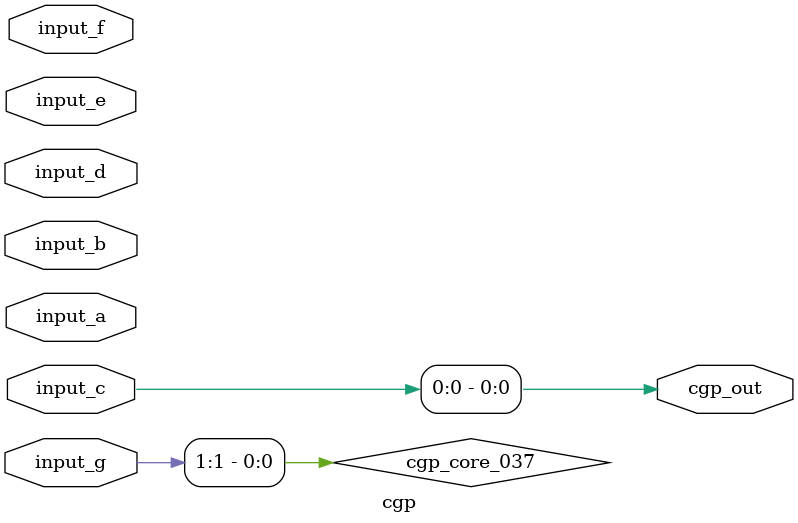
<source format=v>
module cgp(input [1:0] input_a, input [1:0] input_b, input [1:0] input_c, input [1:0] input_d, input [1:0] input_e, input [1:0] input_f, input [1:0] input_g, output [0:0] cgp_out);
  wire cgp_core_016;
  wire cgp_core_018;
  wire cgp_core_019;
  wire cgp_core_022;
  wire cgp_core_023;
  wire cgp_core_024;
  wire cgp_core_027;
  wire cgp_core_031;
  wire cgp_core_032;
  wire cgp_core_034;
  wire cgp_core_035;
  wire cgp_core_036_not;
  wire cgp_core_037;
  wire cgp_core_040;
  wire cgp_core_041;
  wire cgp_core_042;
  wire cgp_core_043;
  wire cgp_core_044;
  wire cgp_core_045;
  wire cgp_core_046_not;
  wire cgp_core_047;
  wire cgp_core_048;
  wire cgp_core_049;
  wire cgp_core_050;
  wire cgp_core_051;
  wire cgp_core_052;
  wire cgp_core_053;
  wire cgp_core_055;
  wire cgp_core_057;
  wire cgp_core_058;
  wire cgp_core_059;
  wire cgp_core_060;
  wire cgp_core_061;
  wire cgp_core_063;
  wire cgp_core_064;
  wire cgp_core_066;
  wire cgp_core_067;
  wire cgp_core_069;
  wire cgp_core_070;
  wire cgp_core_071;
  wire cgp_core_072;
  wire cgp_core_073;
  wire cgp_core_074;
  wire cgp_core_076;
  wire cgp_core_078;
  wire cgp_core_079;

  assign cgp_core_016 = input_d[0] ^ input_d[1];
  assign cgp_core_018 = ~input_c[1];
  assign cgp_core_019 = ~(input_f[1] | input_d[0]);
  assign cgp_core_022 = cgp_core_019 | input_e[1];
  assign cgp_core_023 = input_a[0] & cgp_core_016;
  assign cgp_core_024 = input_a[0] & cgp_core_016;
  assign cgp_core_027 = input_e[1] | input_d[0];
  assign cgp_core_031 = input_a[0] ^ input_f[1];
  assign cgp_core_032 = input_b[0] ^ input_c[0];
  assign cgp_core_034 = input_b[1] ^ input_a[1];
  assign cgp_core_035 = ~input_b[1];
  assign cgp_core_036_not = ~input_a[1];
  assign cgp_core_037 = input_g[1] & input_g[1];
  assign cgp_core_040 = input_f[0] & input_g[0];
  assign cgp_core_041 = ~input_e[1];
  assign cgp_core_042 = input_f[1] | input_g[1];
  assign cgp_core_043 = cgp_core_041 | cgp_core_040;
  assign cgp_core_044 = ~(cgp_core_041 ^ cgp_core_040);
  assign cgp_core_045 = ~(cgp_core_042 ^ input_c[0]);
  assign cgp_core_046_not = ~cgp_core_032;
  assign cgp_core_047 = ~(cgp_core_032 ^ input_d[0]);
  assign cgp_core_048 = input_c[1] ^ cgp_core_043;
  assign cgp_core_049 = cgp_core_036_not | cgp_core_043;
  assign cgp_core_050 = cgp_core_048 ^ input_c[1];
  assign cgp_core_051 = ~cgp_core_048;
  assign cgp_core_052 = ~cgp_core_049;
  assign cgp_core_053 = input_d[1] ^ input_c[0];
  assign cgp_core_055 = cgp_core_053 ^ input_d[1];
  assign cgp_core_057 = input_c[1] & input_d[1];
  assign cgp_core_058 = cgp_core_057 & cgp_core_057;
  assign cgp_core_059 = ~(input_d[1] ^ cgp_core_058);
  assign cgp_core_060 = ~(cgp_core_031 ^ input_f[1]);
  assign cgp_core_061 = ~input_b[0];
  assign cgp_core_063 = input_c[1] & cgp_core_060;
  assign cgp_core_064 = ~(input_f[1] ^ input_e[0]);
  assign cgp_core_066 = ~input_d[1];
  assign cgp_core_067 = ~(input_d[0] & input_e[1]);
  assign cgp_core_069 = cgp_core_027 & cgp_core_050;
  assign cgp_core_070 = ~cgp_core_069;
  assign cgp_core_071 = input_a[0] | input_b[0];
  assign cgp_core_072 = cgp_core_023 ^ cgp_core_071;
  assign cgp_core_073 = ~(input_b[0] | cgp_core_070);
  assign cgp_core_074 = ~(input_e[1] ^ cgp_core_046_not);
  assign cgp_core_076 = cgp_core_073 | input_c[1];
  assign cgp_core_078 = ~(cgp_core_063 | input_g[0]);
  assign cgp_core_079 = ~(input_g[1] | input_g[0]);

  assign cgp_out[0] = input_c[0];
endmodule
</source>
